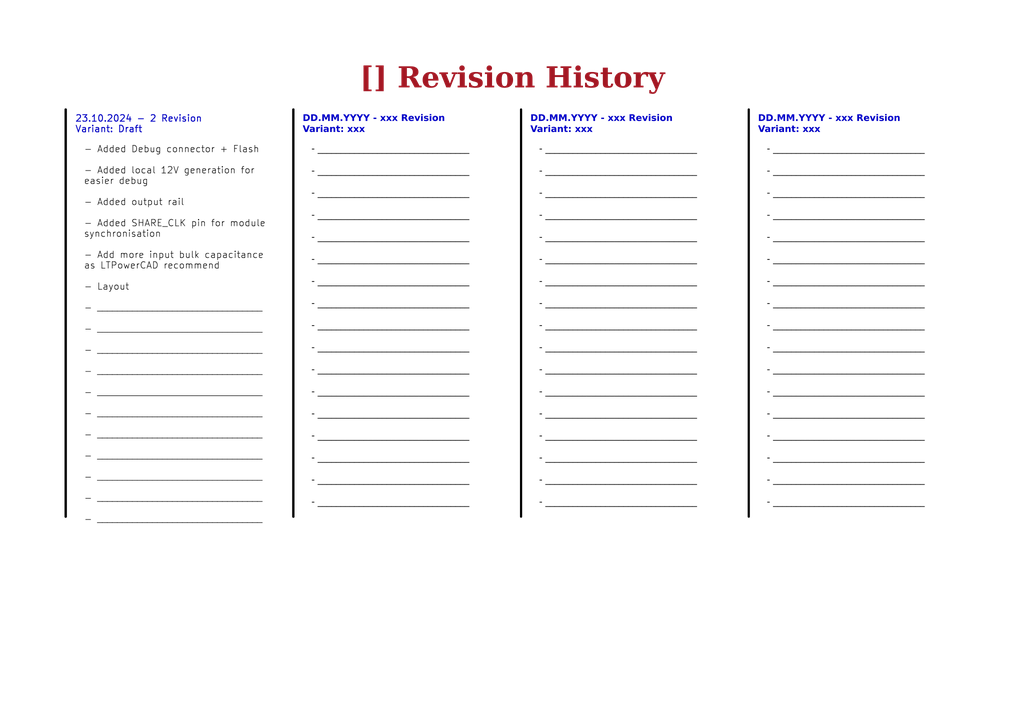
<source format=kicad_sch>
(kicad_sch
	(version 20231120)
	(generator "eeschema")
	(generator_version "8.0")
	(uuid "ea8c4f5e-7a49-4faf-a994-dbc85ed86b0a")
	(paper "A4")
	(title_block
		(title "Revision History")
		(date "Last Modified Date")
		(rev "${REVISION}")
		(company "${COMPANY}")
	)
	(lib_symbols)
	(polyline
		(pts
			(xy 19.05 31.75) (xy 19.05 149.86)
		)
		(stroke
			(width 0.635)
			(type default)
			(color 0 0 0 1)
		)
		(uuid "4849fe72-6429-4f5b-a9e6-56656658a37b")
	)
	(polyline
		(pts
			(xy 85.09 31.75) (xy 85.09 149.86)
		)
		(stroke
			(width 0.635)
			(type default)
			(color 0 0 0 1)
		)
		(uuid "5f29c90a-4bd5-401c-a0f6-a99df09914f4")
	)
	(polyline
		(pts
			(xy 85.09 31.75) (xy 85.09 149.86)
		)
		(stroke
			(width 0.635)
			(type default)
			(color 0 0 0 1)
		)
		(uuid "74018a10-ab58-4dc2-b4e6-376117e1ffc0")
	)
	(polyline
		(pts
			(xy 151.13 31.75) (xy 151.13 149.86)
		)
		(stroke
			(width 0.635)
			(type default)
			(color 0 0 0 1)
		)
		(uuid "a6b610d4-f09b-4d6e-ac67-0bb3d0e09fbe")
	)
	(polyline
		(pts
			(xy 19.05 31.75) (xy 19.05 149.86)
		)
		(stroke
			(width 0.635)
			(type default)
			(color 0 0 0 1)
		)
		(uuid "b271ef24-6836-4d14-b8f8-8568bc734aca")
	)
	(polyline
		(pts
			(xy 217.17 31.75) (xy 217.17 149.86)
		)
		(stroke
			(width 0.635)
			(type default)
			(color 0 0 0 1)
		)
		(uuid "fe21cbb6-f53c-41a1-bc1c-520e82f71f78")
	)
	(text_box "- _________________________________\n\n- _________________________________\n\n- _________________________________\n\n- _________________________________\n\n- _________________________________\n\n- _________________________________\n\n- _________________________________\n\n- _________________________________\n\n- _________________________________\n\n- _________________________________\n\n- _________________________________\n\n- _________________________________\n\n- _________________________________\n\n- _________________________________\n\n- _________________________________\n\n- _________________________________\n\n- _________________________________"
		(exclude_from_sim no)
		(at 220.98 40.64 0)
		(size 58.42 115.57)
		(stroke
			(width -0.0001)
			(type default)
		)
		(fill
			(type none)
		)
		(effects
			(font
				(face "Arial")
				(size 1.905 1.905)
				(color 0 0 0 1)
			)
			(justify left top)
		)
		(uuid "0c062e2b-2be1-4307-b752-045c211787f4")
	)
	(text_box "DD.MM.YYYY - xxx Revision\nVariant: xxx"
		(exclude_from_sim no)
		(at 86.36 31.75 0)
		(size 57.15 7.62)
		(stroke
			(width -0.0001)
			(type default)
		)
		(fill
			(type none)
		)
		(effects
			(font
				(face "Arial")
				(size 1.905 1.905)
				(thickness 0.254)
				(bold yes)
			)
			(justify left top)
		)
		(uuid "14f2d7b6-dcd6-4c43-91a3-c7a76690654c")
	)
	(text_box "[${#}] ${TITLE}"
		(exclude_from_sim no)
		(at 80.01 16.51 0)
		(size 137.16 12.7)
		(stroke
			(width -0.0001)
			(type default)
		)
		(fill
			(type none)
		)
		(effects
			(font
				(face "Times New Roman")
				(size 6 6)
				(thickness 1.2)
				(bold yes)
				(color 162 22 34 1)
			)
		)
		(uuid "20a0a094-ac98-46df-bdac-21d5721f7697")
	)
	(text_box "DD.MM.YYYY - xxx Revision\nVariant: xxx"
		(exclude_from_sim no)
		(at 152.4 31.75 0)
		(size 57.15 7.62)
		(stroke
			(width -0.0001)
			(type default)
		)
		(fill
			(type none)
		)
		(effects
			(font
				(face "Arial")
				(size 1.905 1.905)
				(thickness 0.254)
				(bold yes)
			)
			(justify left top)
		)
		(uuid "61447e65-3862-4ca7-a61e-5d8506cb38bb")
	)
	(text_box "- Added Debug connector + Flash\n\n- Added local 12V generation for easier debug\n\n- Added output rail \n\n- Added SHARE_CLK pin for module synchronisation\n\n- Add more input bulk capacitance as LTPowerCAD recommend\n\n- Layout \n\n- _________________________________\n\n- _________________________________\n\n- _________________________________\n\n- _________________________________\n\n- _________________________________\n\n- _________________________________\n\n- _________________________________\n\n- _________________________________\n\n- _________________________________\n\n- _________________________________\n\n- _________________________________"
		(exclude_from_sim no)
		(at 22.86 40.64 0)
		(size 58.42 115.57)
		(stroke
			(width -0.0001)
			(type default)
		)
		(fill
			(type none)
		)
		(effects
			(font
				(size 1.905 1.905)
				(color 0 0 0 1)
			)
			(justify left top)
		)
		(uuid "7cea8527-91c8-47c3-a860-064e128bcffe")
	)
	(text_box "- _________________________________\n\n- _________________________________\n\n- _________________________________\n\n- _________________________________\n\n- _________________________________\n\n- _________________________________\n\n- _________________________________\n\n- _________________________________\n\n- _________________________________\n\n- _________________________________\n\n- _________________________________\n\n- _________________________________\n\n- _________________________________\n\n- _________________________________\n\n- _________________________________\n\n- _________________________________\n\n- _________________________________"
		(exclude_from_sim no)
		(at 154.94 40.64 0)
		(size 58.42 115.57)
		(stroke
			(width -0.0001)
			(type default)
		)
		(fill
			(type none)
		)
		(effects
			(font
				(face "Arial")
				(size 1.905 1.905)
				(color 0 0 0 1)
			)
			(justify left top)
		)
		(uuid "8ad0acb7-8a2e-40a2-87c7-888a93359ccd")
	)
	(text_box "23.10.2024 - 2 Revision\nVariant: Draft"
		(exclude_from_sim no)
		(at 20.32 31.75 0)
		(size 57.15 7.62)
		(stroke
			(width -0.0001)
			(type default)
		)
		(fill
			(type none)
		)
		(effects
			(font
				(size 1.905 1.905)
				(thickness 0.254)
				(bold yes)
			)
			(justify left top)
		)
		(uuid "922c5813-4880-4ddf-ba01-939f72022a9d")
	)
	(text_box "- _________________________________\n\n- _________________________________\n\n- _________________________________\n\n- _________________________________\n\n- _________________________________\n\n- _________________________________\n\n- _________________________________\n\n- _________________________________\n\n- _________________________________\n\n- _________________________________\n\n- _________________________________\n\n- _________________________________\n\n- _________________________________\n\n- _________________________________\n\n- _________________________________\n\n- _________________________________\n\n- _________________________________"
		(exclude_from_sim no)
		(at 88.9 40.64 0)
		(size 58.42 115.57)
		(stroke
			(width -0.0001)
			(type default)
		)
		(fill
			(type none)
		)
		(effects
			(font
				(face "Arial")
				(size 1.905 1.905)
				(color 0 0 0 1)
			)
			(justify left top)
		)
		(uuid "cd63b456-8f62-4290-9191-6ad427c40f65")
	)
	(text_box "DD.MM.YYYY - xxx Revision\nVariant: xxx"
		(exclude_from_sim no)
		(at 218.44 31.75 0)
		(size 57.15 7.62)
		(stroke
			(width -0.0001)
			(type default)
		)
		(fill
			(type none)
		)
		(effects
			(font
				(face "Arial")
				(size 1.905 1.905)
				(thickness 0.254)
				(bold yes)
			)
			(justify left top)
		)
		(uuid "f47af890-f55a-44bf-b54f-b7df3adde008")
	)
)

</source>
